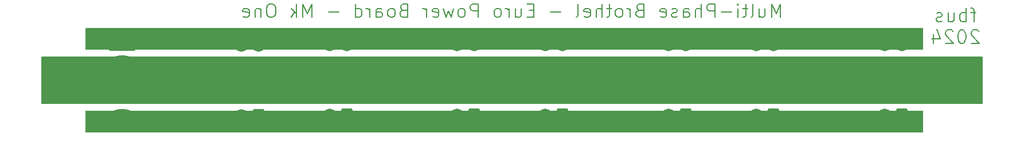
<source format=gbr>
%TF.GenerationSoftware,KiCad,Pcbnew,8.0.4*%
%TF.CreationDate,2024-08-26T11:17:31-06:00*%
%TF.ProjectId,modular-power-board,6d6f6475-6c61-4722-9d70-6f7765722d62,Mk One*%
%TF.SameCoordinates,Original*%
%TF.FileFunction,Copper,L2,Bot*%
%TF.FilePolarity,Positive*%
%FSLAX46Y46*%
G04 Gerber Fmt 4.6, Leading zero omitted, Abs format (unit mm)*
G04 Created by KiCad (PCBNEW 8.0.4) date 2024-08-26 11:17:31*
%MOMM*%
%LPD*%
G01*
G04 APERTURE LIST*
G04 Aperture macros list*
%AMRoundRect*
0 Rectangle with rounded corners*
0 $1 Rounding radius*
0 $2 $3 $4 $5 $6 $7 $8 $9 X,Y pos of 4 corners*
0 Add a 4 corners polygon primitive as box body*
4,1,4,$2,$3,$4,$5,$6,$7,$8,$9,$2,$3,0*
0 Add four circle primitives for the rounded corners*
1,1,$1+$1,$2,$3*
1,1,$1+$1,$4,$5*
1,1,$1+$1,$6,$7*
1,1,$1+$1,$8,$9*
0 Add four rect primitives between the rounded corners*
20,1,$1+$1,$2,$3,$4,$5,0*
20,1,$1+$1,$4,$5,$6,$7,0*
20,1,$1+$1,$6,$7,$8,$9,0*
20,1,$1+$1,$8,$9,$2,$3,0*%
G04 Aperture macros list end*
%ADD10C,0.150000*%
%TA.AperFunction,NonConductor*%
%ADD11C,0.150000*%
%TD*%
%TA.AperFunction,ComponentPad*%
%ADD12RoundRect,0.250000X0.600000X0.600000X-0.600000X0.600000X-0.600000X-0.600000X0.600000X-0.600000X0*%
%TD*%
%TA.AperFunction,ComponentPad*%
%ADD13C,1.700000*%
%TD*%
%TA.AperFunction,ComponentPad*%
%ADD14RoundRect,0.250000X-1.800000X1.330000X-1.800000X-1.330000X1.800000X-1.330000X1.800000X1.330000X0*%
%TD*%
%TA.AperFunction,ComponentPad*%
%ADD15O,4.100000X3.160000*%
%TD*%
%TA.AperFunction,ViaPad*%
%ADD16C,5.000000*%
%TD*%
G04 APERTURE END LIST*
D10*
D11*
X180646668Y-93187438D02*
X180646668Y-91187438D01*
X180646668Y-91187438D02*
X179980001Y-92616009D01*
X179980001Y-92616009D02*
X179313335Y-91187438D01*
X179313335Y-91187438D02*
X179313335Y-93187438D01*
X177503811Y-91854104D02*
X177503811Y-93187438D01*
X178360954Y-91854104D02*
X178360954Y-92901723D01*
X178360954Y-92901723D02*
X178265716Y-93092200D01*
X178265716Y-93092200D02*
X178075240Y-93187438D01*
X178075240Y-93187438D02*
X177789525Y-93187438D01*
X177789525Y-93187438D02*
X177599049Y-93092200D01*
X177599049Y-93092200D02*
X177503811Y-92996961D01*
X176265716Y-93187438D02*
X176456192Y-93092200D01*
X176456192Y-93092200D02*
X176551430Y-92901723D01*
X176551430Y-92901723D02*
X176551430Y-91187438D01*
X175789525Y-91854104D02*
X175027621Y-91854104D01*
X175503811Y-91187438D02*
X175503811Y-92901723D01*
X175503811Y-92901723D02*
X175408573Y-93092200D01*
X175408573Y-93092200D02*
X175218097Y-93187438D01*
X175218097Y-93187438D02*
X175027621Y-93187438D01*
X174360954Y-93187438D02*
X174360954Y-91854104D01*
X174360954Y-91187438D02*
X174456192Y-91282676D01*
X174456192Y-91282676D02*
X174360954Y-91377914D01*
X174360954Y-91377914D02*
X174265716Y-91282676D01*
X174265716Y-91282676D02*
X174360954Y-91187438D01*
X174360954Y-91187438D02*
X174360954Y-91377914D01*
X173408573Y-92425533D02*
X171884764Y-92425533D01*
X170932383Y-93187438D02*
X170932383Y-91187438D01*
X170932383Y-91187438D02*
X170170478Y-91187438D01*
X170170478Y-91187438D02*
X169980002Y-91282676D01*
X169980002Y-91282676D02*
X169884764Y-91377914D01*
X169884764Y-91377914D02*
X169789526Y-91568390D01*
X169789526Y-91568390D02*
X169789526Y-91854104D01*
X169789526Y-91854104D02*
X169884764Y-92044580D01*
X169884764Y-92044580D02*
X169980002Y-92139819D01*
X169980002Y-92139819D02*
X170170478Y-92235057D01*
X170170478Y-92235057D02*
X170932383Y-92235057D01*
X168932383Y-93187438D02*
X168932383Y-91187438D01*
X168075240Y-93187438D02*
X168075240Y-92139819D01*
X168075240Y-92139819D02*
X168170478Y-91949342D01*
X168170478Y-91949342D02*
X168360954Y-91854104D01*
X168360954Y-91854104D02*
X168646669Y-91854104D01*
X168646669Y-91854104D02*
X168837145Y-91949342D01*
X168837145Y-91949342D02*
X168932383Y-92044580D01*
X166265716Y-93187438D02*
X166265716Y-92139819D01*
X166265716Y-92139819D02*
X166360954Y-91949342D01*
X166360954Y-91949342D02*
X166551430Y-91854104D01*
X166551430Y-91854104D02*
X166932383Y-91854104D01*
X166932383Y-91854104D02*
X167122859Y-91949342D01*
X166265716Y-93092200D02*
X166456192Y-93187438D01*
X166456192Y-93187438D02*
X166932383Y-93187438D01*
X166932383Y-93187438D02*
X167122859Y-93092200D01*
X167122859Y-93092200D02*
X167218097Y-92901723D01*
X167218097Y-92901723D02*
X167218097Y-92711247D01*
X167218097Y-92711247D02*
X167122859Y-92520771D01*
X167122859Y-92520771D02*
X166932383Y-92425533D01*
X166932383Y-92425533D02*
X166456192Y-92425533D01*
X166456192Y-92425533D02*
X166265716Y-92330295D01*
X165408573Y-93092200D02*
X165218097Y-93187438D01*
X165218097Y-93187438D02*
X164837145Y-93187438D01*
X164837145Y-93187438D02*
X164646668Y-93092200D01*
X164646668Y-93092200D02*
X164551430Y-92901723D01*
X164551430Y-92901723D02*
X164551430Y-92806485D01*
X164551430Y-92806485D02*
X164646668Y-92616009D01*
X164646668Y-92616009D02*
X164837145Y-92520771D01*
X164837145Y-92520771D02*
X165122859Y-92520771D01*
X165122859Y-92520771D02*
X165313335Y-92425533D01*
X165313335Y-92425533D02*
X165408573Y-92235057D01*
X165408573Y-92235057D02*
X165408573Y-92139819D01*
X165408573Y-92139819D02*
X165313335Y-91949342D01*
X165313335Y-91949342D02*
X165122859Y-91854104D01*
X165122859Y-91854104D02*
X164837145Y-91854104D01*
X164837145Y-91854104D02*
X164646668Y-91949342D01*
X162932382Y-93092200D02*
X163122858Y-93187438D01*
X163122858Y-93187438D02*
X163503811Y-93187438D01*
X163503811Y-93187438D02*
X163694287Y-93092200D01*
X163694287Y-93092200D02*
X163789525Y-92901723D01*
X163789525Y-92901723D02*
X163789525Y-92139819D01*
X163789525Y-92139819D02*
X163694287Y-91949342D01*
X163694287Y-91949342D02*
X163503811Y-91854104D01*
X163503811Y-91854104D02*
X163122858Y-91854104D01*
X163122858Y-91854104D02*
X162932382Y-91949342D01*
X162932382Y-91949342D02*
X162837144Y-92139819D01*
X162837144Y-92139819D02*
X162837144Y-92330295D01*
X162837144Y-92330295D02*
X163789525Y-92520771D01*
X159789524Y-92139819D02*
X159503810Y-92235057D01*
X159503810Y-92235057D02*
X159408572Y-92330295D01*
X159408572Y-92330295D02*
X159313334Y-92520771D01*
X159313334Y-92520771D02*
X159313334Y-92806485D01*
X159313334Y-92806485D02*
X159408572Y-92996961D01*
X159408572Y-92996961D02*
X159503810Y-93092200D01*
X159503810Y-93092200D02*
X159694286Y-93187438D01*
X159694286Y-93187438D02*
X160456191Y-93187438D01*
X160456191Y-93187438D02*
X160456191Y-91187438D01*
X160456191Y-91187438D02*
X159789524Y-91187438D01*
X159789524Y-91187438D02*
X159599048Y-91282676D01*
X159599048Y-91282676D02*
X159503810Y-91377914D01*
X159503810Y-91377914D02*
X159408572Y-91568390D01*
X159408572Y-91568390D02*
X159408572Y-91758866D01*
X159408572Y-91758866D02*
X159503810Y-91949342D01*
X159503810Y-91949342D02*
X159599048Y-92044580D01*
X159599048Y-92044580D02*
X159789524Y-92139819D01*
X159789524Y-92139819D02*
X160456191Y-92139819D01*
X158456191Y-93187438D02*
X158456191Y-91854104D01*
X158456191Y-92235057D02*
X158360953Y-92044580D01*
X158360953Y-92044580D02*
X158265715Y-91949342D01*
X158265715Y-91949342D02*
X158075239Y-91854104D01*
X158075239Y-91854104D02*
X157884762Y-91854104D01*
X156932382Y-93187438D02*
X157122858Y-93092200D01*
X157122858Y-93092200D02*
X157218096Y-92996961D01*
X157218096Y-92996961D02*
X157313334Y-92806485D01*
X157313334Y-92806485D02*
X157313334Y-92235057D01*
X157313334Y-92235057D02*
X157218096Y-92044580D01*
X157218096Y-92044580D02*
X157122858Y-91949342D01*
X157122858Y-91949342D02*
X156932382Y-91854104D01*
X156932382Y-91854104D02*
X156646667Y-91854104D01*
X156646667Y-91854104D02*
X156456191Y-91949342D01*
X156456191Y-91949342D02*
X156360953Y-92044580D01*
X156360953Y-92044580D02*
X156265715Y-92235057D01*
X156265715Y-92235057D02*
X156265715Y-92806485D01*
X156265715Y-92806485D02*
X156360953Y-92996961D01*
X156360953Y-92996961D02*
X156456191Y-93092200D01*
X156456191Y-93092200D02*
X156646667Y-93187438D01*
X156646667Y-93187438D02*
X156932382Y-93187438D01*
X155694286Y-91854104D02*
X154932382Y-91854104D01*
X155408572Y-91187438D02*
X155408572Y-92901723D01*
X155408572Y-92901723D02*
X155313334Y-93092200D01*
X155313334Y-93092200D02*
X155122858Y-93187438D01*
X155122858Y-93187438D02*
X154932382Y-93187438D01*
X154265715Y-93187438D02*
X154265715Y-91187438D01*
X153408572Y-93187438D02*
X153408572Y-92139819D01*
X153408572Y-92139819D02*
X153503810Y-91949342D01*
X153503810Y-91949342D02*
X153694286Y-91854104D01*
X153694286Y-91854104D02*
X153980001Y-91854104D01*
X153980001Y-91854104D02*
X154170477Y-91949342D01*
X154170477Y-91949342D02*
X154265715Y-92044580D01*
X151694286Y-93092200D02*
X151884762Y-93187438D01*
X151884762Y-93187438D02*
X152265715Y-93187438D01*
X152265715Y-93187438D02*
X152456191Y-93092200D01*
X152456191Y-93092200D02*
X152551429Y-92901723D01*
X152551429Y-92901723D02*
X152551429Y-92139819D01*
X152551429Y-92139819D02*
X152456191Y-91949342D01*
X152456191Y-91949342D02*
X152265715Y-91854104D01*
X152265715Y-91854104D02*
X151884762Y-91854104D01*
X151884762Y-91854104D02*
X151694286Y-91949342D01*
X151694286Y-91949342D02*
X151599048Y-92139819D01*
X151599048Y-92139819D02*
X151599048Y-92330295D01*
X151599048Y-92330295D02*
X152551429Y-92520771D01*
X150456191Y-93187438D02*
X150646667Y-93092200D01*
X150646667Y-93092200D02*
X150741905Y-92901723D01*
X150741905Y-92901723D02*
X150741905Y-91187438D01*
X148170476Y-92425533D02*
X146646667Y-92425533D01*
X144170476Y-92139819D02*
X143503809Y-92139819D01*
X143218095Y-93187438D02*
X144170476Y-93187438D01*
X144170476Y-93187438D02*
X144170476Y-91187438D01*
X144170476Y-91187438D02*
X143218095Y-91187438D01*
X141503809Y-91854104D02*
X141503809Y-93187438D01*
X142360952Y-91854104D02*
X142360952Y-92901723D01*
X142360952Y-92901723D02*
X142265714Y-93092200D01*
X142265714Y-93092200D02*
X142075238Y-93187438D01*
X142075238Y-93187438D02*
X141789523Y-93187438D01*
X141789523Y-93187438D02*
X141599047Y-93092200D01*
X141599047Y-93092200D02*
X141503809Y-92996961D01*
X140551428Y-93187438D02*
X140551428Y-91854104D01*
X140551428Y-92235057D02*
X140456190Y-92044580D01*
X140456190Y-92044580D02*
X140360952Y-91949342D01*
X140360952Y-91949342D02*
X140170476Y-91854104D01*
X140170476Y-91854104D02*
X139979999Y-91854104D01*
X139027619Y-93187438D02*
X139218095Y-93092200D01*
X139218095Y-93092200D02*
X139313333Y-92996961D01*
X139313333Y-92996961D02*
X139408571Y-92806485D01*
X139408571Y-92806485D02*
X139408571Y-92235057D01*
X139408571Y-92235057D02*
X139313333Y-92044580D01*
X139313333Y-92044580D02*
X139218095Y-91949342D01*
X139218095Y-91949342D02*
X139027619Y-91854104D01*
X139027619Y-91854104D02*
X138741904Y-91854104D01*
X138741904Y-91854104D02*
X138551428Y-91949342D01*
X138551428Y-91949342D02*
X138456190Y-92044580D01*
X138456190Y-92044580D02*
X138360952Y-92235057D01*
X138360952Y-92235057D02*
X138360952Y-92806485D01*
X138360952Y-92806485D02*
X138456190Y-92996961D01*
X138456190Y-92996961D02*
X138551428Y-93092200D01*
X138551428Y-93092200D02*
X138741904Y-93187438D01*
X138741904Y-93187438D02*
X139027619Y-93187438D01*
X135979999Y-93187438D02*
X135979999Y-91187438D01*
X135979999Y-91187438D02*
X135218094Y-91187438D01*
X135218094Y-91187438D02*
X135027618Y-91282676D01*
X135027618Y-91282676D02*
X134932380Y-91377914D01*
X134932380Y-91377914D02*
X134837142Y-91568390D01*
X134837142Y-91568390D02*
X134837142Y-91854104D01*
X134837142Y-91854104D02*
X134932380Y-92044580D01*
X134932380Y-92044580D02*
X135027618Y-92139819D01*
X135027618Y-92139819D02*
X135218094Y-92235057D01*
X135218094Y-92235057D02*
X135979999Y-92235057D01*
X133694285Y-93187438D02*
X133884761Y-93092200D01*
X133884761Y-93092200D02*
X133979999Y-92996961D01*
X133979999Y-92996961D02*
X134075237Y-92806485D01*
X134075237Y-92806485D02*
X134075237Y-92235057D01*
X134075237Y-92235057D02*
X133979999Y-92044580D01*
X133979999Y-92044580D02*
X133884761Y-91949342D01*
X133884761Y-91949342D02*
X133694285Y-91854104D01*
X133694285Y-91854104D02*
X133408570Y-91854104D01*
X133408570Y-91854104D02*
X133218094Y-91949342D01*
X133218094Y-91949342D02*
X133122856Y-92044580D01*
X133122856Y-92044580D02*
X133027618Y-92235057D01*
X133027618Y-92235057D02*
X133027618Y-92806485D01*
X133027618Y-92806485D02*
X133122856Y-92996961D01*
X133122856Y-92996961D02*
X133218094Y-93092200D01*
X133218094Y-93092200D02*
X133408570Y-93187438D01*
X133408570Y-93187438D02*
X133694285Y-93187438D01*
X132360951Y-91854104D02*
X131979999Y-93187438D01*
X131979999Y-93187438D02*
X131599046Y-92235057D01*
X131599046Y-92235057D02*
X131218094Y-93187438D01*
X131218094Y-93187438D02*
X130837142Y-91854104D01*
X129313332Y-93092200D02*
X129503808Y-93187438D01*
X129503808Y-93187438D02*
X129884761Y-93187438D01*
X129884761Y-93187438D02*
X130075237Y-93092200D01*
X130075237Y-93092200D02*
X130170475Y-92901723D01*
X130170475Y-92901723D02*
X130170475Y-92139819D01*
X130170475Y-92139819D02*
X130075237Y-91949342D01*
X130075237Y-91949342D02*
X129884761Y-91854104D01*
X129884761Y-91854104D02*
X129503808Y-91854104D01*
X129503808Y-91854104D02*
X129313332Y-91949342D01*
X129313332Y-91949342D02*
X129218094Y-92139819D01*
X129218094Y-92139819D02*
X129218094Y-92330295D01*
X129218094Y-92330295D02*
X130170475Y-92520771D01*
X128360951Y-93187438D02*
X128360951Y-91854104D01*
X128360951Y-92235057D02*
X128265713Y-92044580D01*
X128265713Y-92044580D02*
X128170475Y-91949342D01*
X128170475Y-91949342D02*
X127979999Y-91854104D01*
X127979999Y-91854104D02*
X127789522Y-91854104D01*
X124932379Y-92139819D02*
X124646665Y-92235057D01*
X124646665Y-92235057D02*
X124551427Y-92330295D01*
X124551427Y-92330295D02*
X124456189Y-92520771D01*
X124456189Y-92520771D02*
X124456189Y-92806485D01*
X124456189Y-92806485D02*
X124551427Y-92996961D01*
X124551427Y-92996961D02*
X124646665Y-93092200D01*
X124646665Y-93092200D02*
X124837141Y-93187438D01*
X124837141Y-93187438D02*
X125599046Y-93187438D01*
X125599046Y-93187438D02*
X125599046Y-91187438D01*
X125599046Y-91187438D02*
X124932379Y-91187438D01*
X124932379Y-91187438D02*
X124741903Y-91282676D01*
X124741903Y-91282676D02*
X124646665Y-91377914D01*
X124646665Y-91377914D02*
X124551427Y-91568390D01*
X124551427Y-91568390D02*
X124551427Y-91758866D01*
X124551427Y-91758866D02*
X124646665Y-91949342D01*
X124646665Y-91949342D02*
X124741903Y-92044580D01*
X124741903Y-92044580D02*
X124932379Y-92139819D01*
X124932379Y-92139819D02*
X125599046Y-92139819D01*
X123313332Y-93187438D02*
X123503808Y-93092200D01*
X123503808Y-93092200D02*
X123599046Y-92996961D01*
X123599046Y-92996961D02*
X123694284Y-92806485D01*
X123694284Y-92806485D02*
X123694284Y-92235057D01*
X123694284Y-92235057D02*
X123599046Y-92044580D01*
X123599046Y-92044580D02*
X123503808Y-91949342D01*
X123503808Y-91949342D02*
X123313332Y-91854104D01*
X123313332Y-91854104D02*
X123027617Y-91854104D01*
X123027617Y-91854104D02*
X122837141Y-91949342D01*
X122837141Y-91949342D02*
X122741903Y-92044580D01*
X122741903Y-92044580D02*
X122646665Y-92235057D01*
X122646665Y-92235057D02*
X122646665Y-92806485D01*
X122646665Y-92806485D02*
X122741903Y-92996961D01*
X122741903Y-92996961D02*
X122837141Y-93092200D01*
X122837141Y-93092200D02*
X123027617Y-93187438D01*
X123027617Y-93187438D02*
X123313332Y-93187438D01*
X120932379Y-93187438D02*
X120932379Y-92139819D01*
X120932379Y-92139819D02*
X121027617Y-91949342D01*
X121027617Y-91949342D02*
X121218093Y-91854104D01*
X121218093Y-91854104D02*
X121599046Y-91854104D01*
X121599046Y-91854104D02*
X121789522Y-91949342D01*
X120932379Y-93092200D02*
X121122855Y-93187438D01*
X121122855Y-93187438D02*
X121599046Y-93187438D01*
X121599046Y-93187438D02*
X121789522Y-93092200D01*
X121789522Y-93092200D02*
X121884760Y-92901723D01*
X121884760Y-92901723D02*
X121884760Y-92711247D01*
X121884760Y-92711247D02*
X121789522Y-92520771D01*
X121789522Y-92520771D02*
X121599046Y-92425533D01*
X121599046Y-92425533D02*
X121122855Y-92425533D01*
X121122855Y-92425533D02*
X120932379Y-92330295D01*
X119979998Y-93187438D02*
X119979998Y-91854104D01*
X119979998Y-92235057D02*
X119884760Y-92044580D01*
X119884760Y-92044580D02*
X119789522Y-91949342D01*
X119789522Y-91949342D02*
X119599046Y-91854104D01*
X119599046Y-91854104D02*
X119408569Y-91854104D01*
X117884760Y-93187438D02*
X117884760Y-91187438D01*
X117884760Y-93092200D02*
X118075236Y-93187438D01*
X118075236Y-93187438D02*
X118456189Y-93187438D01*
X118456189Y-93187438D02*
X118646665Y-93092200D01*
X118646665Y-93092200D02*
X118741903Y-92996961D01*
X118741903Y-92996961D02*
X118837141Y-92806485D01*
X118837141Y-92806485D02*
X118837141Y-92235057D01*
X118837141Y-92235057D02*
X118741903Y-92044580D01*
X118741903Y-92044580D02*
X118646665Y-91949342D01*
X118646665Y-91949342D02*
X118456189Y-91854104D01*
X118456189Y-91854104D02*
X118075236Y-91854104D01*
X118075236Y-91854104D02*
X117884760Y-91949342D01*
X115408569Y-92425533D02*
X113884760Y-92425533D01*
X111408569Y-93187438D02*
X111408569Y-91187438D01*
X111408569Y-91187438D02*
X110741902Y-92616009D01*
X110741902Y-92616009D02*
X110075236Y-91187438D01*
X110075236Y-91187438D02*
X110075236Y-93187438D01*
X109122855Y-93187438D02*
X109122855Y-91187438D01*
X108932379Y-92425533D02*
X108360950Y-93187438D01*
X108360950Y-91854104D02*
X109122855Y-92616009D01*
X105599045Y-91187438D02*
X105218092Y-91187438D01*
X105218092Y-91187438D02*
X105027616Y-91282676D01*
X105027616Y-91282676D02*
X104837140Y-91473152D01*
X104837140Y-91473152D02*
X104741902Y-91854104D01*
X104741902Y-91854104D02*
X104741902Y-92520771D01*
X104741902Y-92520771D02*
X104837140Y-92901723D01*
X104837140Y-92901723D02*
X105027616Y-93092200D01*
X105027616Y-93092200D02*
X105218092Y-93187438D01*
X105218092Y-93187438D02*
X105599045Y-93187438D01*
X105599045Y-93187438D02*
X105789521Y-93092200D01*
X105789521Y-93092200D02*
X105979997Y-92901723D01*
X105979997Y-92901723D02*
X106075235Y-92520771D01*
X106075235Y-92520771D02*
X106075235Y-91854104D01*
X106075235Y-91854104D02*
X105979997Y-91473152D01*
X105979997Y-91473152D02*
X105789521Y-91282676D01*
X105789521Y-91282676D02*
X105599045Y-91187438D01*
X103884759Y-91854104D02*
X103884759Y-93187438D01*
X103884759Y-92044580D02*
X103789521Y-91949342D01*
X103789521Y-91949342D02*
X103599045Y-91854104D01*
X103599045Y-91854104D02*
X103313330Y-91854104D01*
X103313330Y-91854104D02*
X103122854Y-91949342D01*
X103122854Y-91949342D02*
X103027616Y-92139819D01*
X103027616Y-92139819D02*
X103027616Y-93187438D01*
X101313330Y-93092200D02*
X101503806Y-93187438D01*
X101503806Y-93187438D02*
X101884759Y-93187438D01*
X101884759Y-93187438D02*
X102075235Y-93092200D01*
X102075235Y-93092200D02*
X102170473Y-92901723D01*
X102170473Y-92901723D02*
X102170473Y-92139819D01*
X102170473Y-92139819D02*
X102075235Y-91949342D01*
X102075235Y-91949342D02*
X101884759Y-91854104D01*
X101884759Y-91854104D02*
X101503806Y-91854104D01*
X101503806Y-91854104D02*
X101313330Y-91949342D01*
X101313330Y-91949342D02*
X101218092Y-92139819D01*
X101218092Y-92139819D02*
X101218092Y-92330295D01*
X101218092Y-92330295D02*
X102170473Y-92520771D01*
D10*
D11*
X209479999Y-92494160D02*
X208718095Y-92494160D01*
X209194285Y-93827494D02*
X209194285Y-92113208D01*
X209194285Y-92113208D02*
X209099047Y-91922732D01*
X209099047Y-91922732D02*
X208908571Y-91827494D01*
X208908571Y-91827494D02*
X208718095Y-91827494D01*
X208051428Y-93827494D02*
X208051428Y-91827494D01*
X208051428Y-92589398D02*
X207860952Y-92494160D01*
X207860952Y-92494160D02*
X207479999Y-92494160D01*
X207479999Y-92494160D02*
X207289523Y-92589398D01*
X207289523Y-92589398D02*
X207194285Y-92684636D01*
X207194285Y-92684636D02*
X207099047Y-92875113D01*
X207099047Y-92875113D02*
X207099047Y-93446541D01*
X207099047Y-93446541D02*
X207194285Y-93637017D01*
X207194285Y-93637017D02*
X207289523Y-93732256D01*
X207289523Y-93732256D02*
X207479999Y-93827494D01*
X207479999Y-93827494D02*
X207860952Y-93827494D01*
X207860952Y-93827494D02*
X208051428Y-93732256D01*
X205384761Y-92494160D02*
X205384761Y-93827494D01*
X206241904Y-92494160D02*
X206241904Y-93541779D01*
X206241904Y-93541779D02*
X206146666Y-93732256D01*
X206146666Y-93732256D02*
X205956190Y-93827494D01*
X205956190Y-93827494D02*
X205670475Y-93827494D01*
X205670475Y-93827494D02*
X205479999Y-93732256D01*
X205479999Y-93732256D02*
X205384761Y-93637017D01*
X204527618Y-93732256D02*
X204337142Y-93827494D01*
X204337142Y-93827494D02*
X203956190Y-93827494D01*
X203956190Y-93827494D02*
X203765713Y-93732256D01*
X203765713Y-93732256D02*
X203670475Y-93541779D01*
X203670475Y-93541779D02*
X203670475Y-93446541D01*
X203670475Y-93446541D02*
X203765713Y-93256065D01*
X203765713Y-93256065D02*
X203956190Y-93160827D01*
X203956190Y-93160827D02*
X204241904Y-93160827D01*
X204241904Y-93160827D02*
X204432380Y-93065589D01*
X204432380Y-93065589D02*
X204527618Y-92875113D01*
X204527618Y-92875113D02*
X204527618Y-92779875D01*
X204527618Y-92779875D02*
X204432380Y-92589398D01*
X204432380Y-92589398D02*
X204241904Y-92494160D01*
X204241904Y-92494160D02*
X203956190Y-92494160D01*
X203956190Y-92494160D02*
X203765713Y-92589398D01*
X209908571Y-95237858D02*
X209813333Y-95142620D01*
X209813333Y-95142620D02*
X209622857Y-95047382D01*
X209622857Y-95047382D02*
X209146666Y-95047382D01*
X209146666Y-95047382D02*
X208956190Y-95142620D01*
X208956190Y-95142620D02*
X208860952Y-95237858D01*
X208860952Y-95237858D02*
X208765714Y-95428334D01*
X208765714Y-95428334D02*
X208765714Y-95618810D01*
X208765714Y-95618810D02*
X208860952Y-95904524D01*
X208860952Y-95904524D02*
X210003809Y-97047382D01*
X210003809Y-97047382D02*
X208765714Y-97047382D01*
X207527619Y-95047382D02*
X207337142Y-95047382D01*
X207337142Y-95047382D02*
X207146666Y-95142620D01*
X207146666Y-95142620D02*
X207051428Y-95237858D01*
X207051428Y-95237858D02*
X206956190Y-95428334D01*
X206956190Y-95428334D02*
X206860952Y-95809286D01*
X206860952Y-95809286D02*
X206860952Y-96285477D01*
X206860952Y-96285477D02*
X206956190Y-96666429D01*
X206956190Y-96666429D02*
X207051428Y-96856905D01*
X207051428Y-96856905D02*
X207146666Y-96952144D01*
X207146666Y-96952144D02*
X207337142Y-97047382D01*
X207337142Y-97047382D02*
X207527619Y-97047382D01*
X207527619Y-97047382D02*
X207718095Y-96952144D01*
X207718095Y-96952144D02*
X207813333Y-96856905D01*
X207813333Y-96856905D02*
X207908571Y-96666429D01*
X207908571Y-96666429D02*
X208003809Y-96285477D01*
X208003809Y-96285477D02*
X208003809Y-95809286D01*
X208003809Y-95809286D02*
X207908571Y-95428334D01*
X207908571Y-95428334D02*
X207813333Y-95237858D01*
X207813333Y-95237858D02*
X207718095Y-95142620D01*
X207718095Y-95142620D02*
X207527619Y-95047382D01*
X206099047Y-95237858D02*
X206003809Y-95142620D01*
X206003809Y-95142620D02*
X205813333Y-95047382D01*
X205813333Y-95047382D02*
X205337142Y-95047382D01*
X205337142Y-95047382D02*
X205146666Y-95142620D01*
X205146666Y-95142620D02*
X205051428Y-95237858D01*
X205051428Y-95237858D02*
X204956190Y-95428334D01*
X204956190Y-95428334D02*
X204956190Y-95618810D01*
X204956190Y-95618810D02*
X205051428Y-95904524D01*
X205051428Y-95904524D02*
X206194285Y-97047382D01*
X206194285Y-97047382D02*
X204956190Y-97047382D01*
X203241904Y-95714048D02*
X203241904Y-97047382D01*
X203718095Y-94952144D02*
X204194285Y-96380715D01*
X204194285Y-96380715D02*
X202956190Y-96380715D01*
D12*
%TO.P,REF\u002A\u002A,1*%
%TO.N,-12V*%
X198600000Y-107560000D03*
D13*
%TO.P,REF\u002A\u002A,2*%
X196060000Y-107560000D03*
%TO.P,REF\u002A\u002A,3*%
%TO.N,GND*%
X198600000Y-105020000D03*
%TO.P,REF\u002A\u002A,4*%
X196060000Y-105020000D03*
%TO.P,REF\u002A\u002A,5*%
X198600000Y-102480000D03*
%TO.P,REF\u002A\u002A,6*%
X196060000Y-102480000D03*
%TO.P,REF\u002A\u002A,7*%
X198600000Y-99940000D03*
%TO.P,REF\u002A\u002A,8*%
X196060000Y-99940000D03*
%TO.P,REF\u002A\u002A,9*%
%TO.N,+12V*%
X198600000Y-97400000D03*
%TO.P,REF\u002A\u002A,10*%
X196060000Y-97400000D03*
%TD*%
D12*
%TO.P,REF\u002A\u002A,1*%
%TO.N,-12V*%
X179600000Y-107560000D03*
D13*
%TO.P,REF\u002A\u002A,2*%
X177060000Y-107560000D03*
%TO.P,REF\u002A\u002A,3*%
%TO.N,GND*%
X179600000Y-105020000D03*
%TO.P,REF\u002A\u002A,4*%
X177060000Y-105020000D03*
%TO.P,REF\u002A\u002A,5*%
X179600000Y-102480000D03*
%TO.P,REF\u002A\u002A,6*%
X177060000Y-102480000D03*
%TO.P,REF\u002A\u002A,7*%
X179600000Y-99940000D03*
%TO.P,REF\u002A\u002A,8*%
X177060000Y-99940000D03*
%TO.P,REF\u002A\u002A,9*%
%TO.N,+12V*%
X179600000Y-97400000D03*
%TO.P,REF\u002A\u002A,10*%
X177060000Y-97400000D03*
%TD*%
D12*
%TO.P,REF\u002A\u002A,1*%
%TO.N,-12V*%
X166600000Y-107560000D03*
D13*
%TO.P,REF\u002A\u002A,2*%
X164060000Y-107560000D03*
%TO.P,REF\u002A\u002A,3*%
%TO.N,GND*%
X166600000Y-105020000D03*
%TO.P,REF\u002A\u002A,4*%
X164060000Y-105020000D03*
%TO.P,REF\u002A\u002A,5*%
X166600000Y-102480000D03*
%TO.P,REF\u002A\u002A,6*%
X164060000Y-102480000D03*
%TO.P,REF\u002A\u002A,7*%
X166600000Y-99940000D03*
%TO.P,REF\u002A\u002A,8*%
X164060000Y-99940000D03*
%TO.P,REF\u002A\u002A,9*%
%TO.N,+12V*%
X166600000Y-97400000D03*
%TO.P,REF\u002A\u002A,10*%
X164060000Y-97400000D03*
%TD*%
D12*
%TO.P,REF\u002A\u002A,1*%
%TO.N,-12V*%
X148400000Y-107560000D03*
D13*
%TO.P,REF\u002A\u002A,2*%
X145860000Y-107560000D03*
%TO.P,REF\u002A\u002A,3*%
%TO.N,GND*%
X148400000Y-105020000D03*
%TO.P,REF\u002A\u002A,4*%
X145860000Y-105020000D03*
%TO.P,REF\u002A\u002A,5*%
X148400000Y-102480000D03*
%TO.P,REF\u002A\u002A,6*%
X145860000Y-102480000D03*
%TO.P,REF\u002A\u002A,7*%
X148400000Y-99940000D03*
%TO.P,REF\u002A\u002A,8*%
X145860000Y-99940000D03*
%TO.P,REF\u002A\u002A,9*%
%TO.N,+12V*%
X148400000Y-97400000D03*
%TO.P,REF\u002A\u002A,10*%
X145860000Y-97400000D03*
%TD*%
D12*
%TO.P,REF\u002A\u002A,1*%
%TO.N,-12V*%
X135400000Y-107560000D03*
D13*
%TO.P,REF\u002A\u002A,2*%
X132860000Y-107560000D03*
%TO.P,REF\u002A\u002A,3*%
%TO.N,GND*%
X135400000Y-105020000D03*
%TO.P,REF\u002A\u002A,4*%
X132860000Y-105020000D03*
%TO.P,REF\u002A\u002A,5*%
X135400000Y-102480000D03*
%TO.P,REF\u002A\u002A,6*%
X132860000Y-102480000D03*
%TO.P,REF\u002A\u002A,7*%
X135400000Y-99940000D03*
%TO.P,REF\u002A\u002A,8*%
X132860000Y-99940000D03*
%TO.P,REF\u002A\u002A,9*%
%TO.N,+12V*%
X135400000Y-97400000D03*
%TO.P,REF\u002A\u002A,10*%
X132860000Y-97400000D03*
%TD*%
%TO.P,REF\u002A\u002A,10*%
%TO.N,+12V*%
X114060000Y-97400000D03*
%TO.P,REF\u002A\u002A,9*%
X116600000Y-97400000D03*
%TO.P,REF\u002A\u002A,8*%
%TO.N,GND*%
X114060000Y-99940000D03*
%TO.P,REF\u002A\u002A,7*%
X116600000Y-99940000D03*
%TO.P,REF\u002A\u002A,6*%
X114060000Y-102480000D03*
%TO.P,REF\u002A\u002A,5*%
X116600000Y-102480000D03*
%TO.P,REF\u002A\u002A,4*%
X114060000Y-105020000D03*
%TO.P,REF\u002A\u002A,3*%
X116600000Y-105020000D03*
%TO.P,REF\u002A\u002A,2*%
%TO.N,-12V*%
X114060000Y-107560000D03*
D12*
%TO.P,REF\u002A\u002A,1*%
X116600000Y-107560000D03*
%TD*%
%TO.P,REF\u002A\u002A,1*%
%TO.N,-12V*%
X103600000Y-107600000D03*
D13*
%TO.P,REF\u002A\u002A,2*%
X101060000Y-107600000D03*
%TO.P,REF\u002A\u002A,3*%
%TO.N,GND*%
X103600000Y-105060000D03*
%TO.P,REF\u002A\u002A,4*%
X101060000Y-105060000D03*
%TO.P,REF\u002A\u002A,5*%
X103600000Y-102520000D03*
%TO.P,REF\u002A\u002A,6*%
X101060000Y-102520000D03*
%TO.P,REF\u002A\u002A,7*%
X103600000Y-99980000D03*
%TO.P,REF\u002A\u002A,8*%
X101060000Y-99980000D03*
%TO.P,REF\u002A\u002A,9*%
%TO.N,+12V*%
X103600000Y-97440000D03*
%TO.P,REF\u002A\u002A,10*%
X101060000Y-97440000D03*
%TD*%
D14*
%TO.P,REF\u002A\u002A,1*%
%TO.N,+12V*%
X83400000Y-96520000D03*
D15*
%TO.P,REF\u002A\u002A,2*%
%TO.N,GND*%
X83400000Y-100480000D03*
%TO.P,REF\u002A\u002A,3*%
X83400000Y-104440000D03*
%TO.P,REF\u002A\u002A,4*%
%TO.N,-12V*%
X83400000Y-108400000D03*
%TD*%
D16*
%TO.N,GND*%
X74980000Y-102520000D03*
X206980000Y-102520000D03*
%TD*%
%TA.AperFunction,Conductor*%
%TO.N,+12V*%
G36*
X201672121Y-94790002D02*
G01*
X201718614Y-94843658D01*
X201730000Y-94896000D01*
X201730000Y-97894000D01*
X201709998Y-97962121D01*
X201656342Y-98008614D01*
X201604000Y-98020000D01*
X78106000Y-98020000D01*
X78037879Y-97999998D01*
X77991386Y-97946342D01*
X77980000Y-97894000D01*
X77980000Y-94896000D01*
X78000002Y-94827879D01*
X78053658Y-94781386D01*
X78106000Y-94770000D01*
X201604000Y-94770000D01*
X201672121Y-94790002D01*
G37*
%TD.AperFunction*%
%TD*%
%TA.AperFunction,Conductor*%
%TO.N,GND*%
G36*
X210422121Y-99040002D02*
G01*
X210468614Y-99093658D01*
X210480000Y-99146000D01*
X210480000Y-105894000D01*
X210459998Y-105962121D01*
X210406342Y-106008614D01*
X210354000Y-106020000D01*
X71606000Y-106020000D01*
X71537879Y-105999998D01*
X71491386Y-105946342D01*
X71480000Y-105894000D01*
X71480000Y-99146000D01*
X71500002Y-99077879D01*
X71553658Y-99031386D01*
X71606000Y-99020000D01*
X210354000Y-99020000D01*
X210422121Y-99040002D01*
G37*
%TD.AperFunction*%
%TD*%
%TA.AperFunction,Conductor*%
%TO.N,-12V*%
G36*
X201672121Y-107040002D02*
G01*
X201718614Y-107093658D01*
X201730000Y-107146000D01*
X201730000Y-110144000D01*
X201709998Y-110212121D01*
X201656342Y-110258614D01*
X201604000Y-110270000D01*
X78106000Y-110270000D01*
X78037879Y-110249998D01*
X77991386Y-110196342D01*
X77980000Y-110144000D01*
X77980000Y-107146000D01*
X78000002Y-107077879D01*
X78053658Y-107031386D01*
X78106000Y-107020000D01*
X201604000Y-107020000D01*
X201672121Y-107040002D01*
G37*
%TD.AperFunction*%
%TD*%
M02*

</source>
